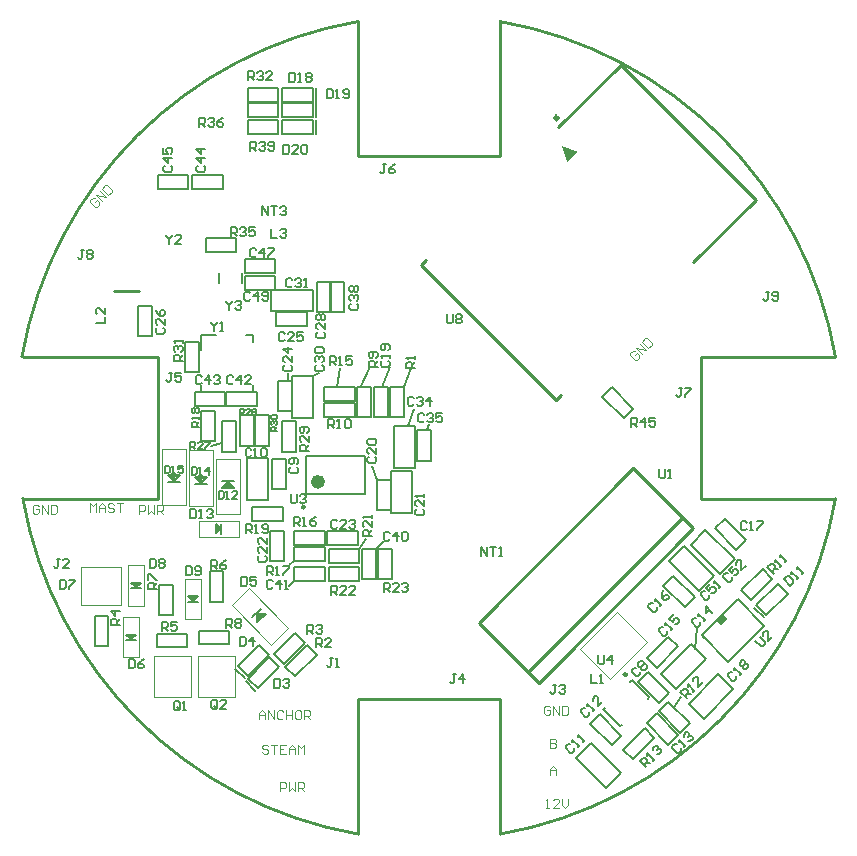
<source format=gto>
G04 Layer_Color=65535*
%FSAX25Y25*%
%MOIN*%
G70*
G01*
G75*
%ADD41C,0.01000*%
%ADD49C,0.00400*%
%ADD71C,0.02362*%
%ADD72C,0.00984*%
%ADD73C,0.01181*%
%ADD74C,0.00500*%
%ADD75C,0.00394*%
%ADD76C,0.00787*%
%ADD77C,0.00700*%
%ADD78C,0.00600*%
G04:AMPARAMS|DCode=79|XSize=30mil|YSize=19.68mil|CornerRadius=0mil|HoleSize=0mil|Usage=FLASHONLY|Rotation=45.000|XOffset=0mil|YOffset=0mil|HoleType=Round|Shape=Rectangle|*
%AMROTATEDRECTD79*
4,1,4,-0.00365,-0.01757,-0.01757,-0.00365,0.00365,0.01757,0.01757,0.00365,-0.00365,-0.01757,0.0*
%
%ADD79ROTATEDRECTD79*%

G36*
X1758276Y0521210D02*
X1754740Y0517675D01*
X1752972Y0522978D01*
X1758276Y0521210D01*
D02*
G37*
G54D41*
X1774556Y0346907D02*
G03*
X1774556Y0346907I-0000500J0000000D01*
G01*
X1606499Y0474700D02*
X1612100Y0474700D01*
X1603500Y0474700D02*
X1606499D01*
X1705864Y0483405D02*
X1750872Y0438398D01*
X1772508Y0550050D02*
X1817516Y0505042D01*
X1750872Y0438398D02*
X1752688Y0440213D01*
X1796763Y0484288D02*
X1817516Y0505042D01*
X1705864Y0483405D02*
X1707679Y0485220D01*
X1751756Y0529297D02*
X1772508Y0550050D01*
X1741578Y0347688D02*
X1793080Y0399189D01*
X1725154Y0364112D02*
X1745197Y0344069D01*
X1751322Y0350193D01*
X1796699Y0395570D01*
X1780274Y0411995D02*
X1796699Y0395570D01*
X1776655Y0415614D02*
X1780274Y0411995D01*
X1725154Y0364112D02*
X1776655Y0415614D01*
X1777212Y0415058D02*
X1778326Y0413944D01*
X1725989Y0363277D02*
X1726545Y0362720D01*
X1751322Y0350193D02*
X1751879Y0350750D01*
X1730165Y0369124D02*
X1730721Y0369680D01*
X1844094Y0452756D02*
G03*
X1732284Y0564567I-0135433J-0023622D01*
G01*
X1685039D02*
G03*
X1572912Y0452811I0023228J-0135433D01*
G01*
X1573228Y0405512D02*
G03*
X1685039Y0293701I0135433J0023622D01*
G01*
X1732284D02*
G03*
X1844094Y0405512I-0023622J0135433D01*
G01*
X1732284Y0519685D02*
Y0564567D01*
X1685039Y0519685D02*
X1732284D01*
X1685039D02*
Y0564567D01*
Y0293701D02*
Y0338583D01*
X1732284D01*
Y0293701D02*
Y0338583D01*
X1799213Y0405512D02*
X1844094D01*
X1799213D02*
Y0452756D01*
X1844094D01*
X1573228Y0452756D02*
X1618110D01*
Y0405512D02*
Y0452756D01*
X1573228Y0405512D02*
X1618110D01*
G54D49*
X1604488Y0370198D02*
X1605988D01*
X1604388D02*
X1604588Y0370198D01*
X1605988Y0370198D02*
Y0371198D01*
Y0370198D02*
Y0382698D01*
X1592488Y0370198D02*
X1605988D01*
Y0371498D02*
Y0371598D01*
X1592488Y0370198D02*
X1592488Y0382698D01*
X1605988D01*
X1608300Y0369900D02*
X1613700D01*
X1608300D02*
Y0383300D01*
X1613700D01*
Y0369900D02*
Y0383300D01*
X1606552Y0352589D02*
X1611952D01*
X1606552D02*
Y0365989D01*
X1611952D01*
Y0352589D02*
Y0365989D01*
X1642929Y0369915D02*
X1656081Y0356762D01*
X1661738Y0362419D01*
X1648585Y0375571D02*
X1661738Y0362419D01*
X1642929Y0369915D02*
X1648585Y0375571D01*
X1627221Y0365384D02*
X1632621D01*
X1627221D02*
Y0378784D01*
X1632621D01*
Y0365384D02*
Y0378784D01*
X1629333Y0351508D02*
Y0353008D01*
X1629333Y0351608D02*
X1629333Y0351408D01*
X1628333Y0353008D02*
X1629333D01*
X1616833D02*
X1629333D01*
Y0339508D02*
Y0353008D01*
X1627933D02*
X1628033D01*
X1616833Y0339508D02*
X1629333Y0339508D01*
X1616833Y0339508D02*
Y0353008D01*
X1644097Y0351508D02*
Y0353008D01*
X1644097Y0351608D02*
X1644097Y0351408D01*
X1643097Y0353008D02*
X1644097D01*
X1631597D02*
X1644097D01*
Y0339508D02*
Y0353008D01*
X1642697D02*
X1642797D01*
X1631597Y0339508D02*
X1644097D01*
X1631597D02*
Y0353008D01*
X1637500Y0400300D02*
Y0418900D01*
Y0400300D02*
X1645500D01*
Y0418900D01*
X1637500D02*
X1645500D01*
X1627500Y0403500D02*
Y0422100D01*
X1619500D02*
X1627500D01*
X1619500Y0403500D02*
Y0422100D01*
Y0403500D02*
X1627500D01*
X1636500Y0403000D02*
Y0421600D01*
X1628500D02*
X1636500D01*
X1628500Y0403000D02*
Y0421600D01*
Y0403000D02*
X1636500D01*
X1645226Y0392800D02*
Y0398200D01*
X1631826Y0392800D02*
X1645226D01*
X1631826D02*
Y0398200D01*
X1645226Y0398200D01*
X1597147Y0505681D02*
X1596440Y0505681D01*
X1595733Y0504974D01*
Y0504267D01*
X1597147Y0502853D01*
X1597853D01*
X1598560Y0503560D01*
X1598560Y0504267D01*
X1597853Y0504974D01*
X1597147Y0504267D01*
X1599621Y0504621D02*
X1597500Y0506741D01*
X1601034Y0506034D01*
X1598914Y0508155D01*
X1599621Y0508862D02*
X1601741Y0506741D01*
X1602802Y0507802D01*
X1602802Y0508508D01*
X1601388Y0509922D01*
X1600681D01*
X1599621Y0508862D01*
X1777147Y0454681D02*
X1776440Y0454681D01*
X1775733Y0453974D01*
Y0453267D01*
X1777147Y0451853D01*
X1777853D01*
X1778560Y0452560D01*
X1778560Y0453267D01*
X1777853Y0453974D01*
X1777147Y0453267D01*
X1779621Y0453621D02*
X1777500Y0455741D01*
X1781034Y0455034D01*
X1778914Y0457155D01*
X1779621Y0457862D02*
X1781741Y0455741D01*
X1782802Y0456802D01*
X1782802Y0457509D01*
X1781388Y0458922D01*
X1780681D01*
X1779621Y0457862D01*
X1748999Y0335999D02*
X1748499Y0336499D01*
X1747500D01*
X1747000Y0335999D01*
Y0334000D01*
X1747500Y0333500D01*
X1748499D01*
X1748999Y0334000D01*
Y0334999D01*
X1748000D01*
X1749999Y0333500D02*
Y0336499D01*
X1751998Y0333500D01*
Y0336499D01*
X1752998D02*
Y0333500D01*
X1754498D01*
X1754997Y0334000D01*
Y0335999D01*
X1754498Y0336499D01*
X1752998D01*
X1749000Y0325499D02*
Y0322500D01*
X1750500D01*
X1750999Y0323000D01*
Y0323500D01*
X1750500Y0324000D01*
X1749000D01*
X1750500D01*
X1750999Y0324499D01*
Y0324999D01*
X1750500Y0325499D01*
X1749000D01*
Y0313500D02*
Y0315499D01*
X1750000Y0316499D01*
X1750999Y0315499D01*
Y0313500D01*
Y0315000D01*
X1749000D01*
X1747500Y0302500D02*
X1748500D01*
X1748000D01*
Y0305499D01*
X1747500Y0304999D01*
X1751999Y0302500D02*
X1749999D01*
X1751999Y0304499D01*
Y0304999D01*
X1751499Y0305499D01*
X1750499D01*
X1749999Y0304999D01*
X1752998Y0305499D02*
Y0303500D01*
X1753998Y0302500D01*
X1754998Y0303500D01*
Y0305499D01*
X1652000Y0332000D02*
Y0333999D01*
X1653000Y0334999D01*
X1653999Y0333999D01*
Y0332000D01*
Y0333500D01*
X1652000D01*
X1654999Y0332000D02*
Y0334999D01*
X1656998Y0332000D01*
Y0334999D01*
X1659997Y0334499D02*
X1659498Y0334999D01*
X1658498D01*
X1657998Y0334499D01*
Y0332500D01*
X1658498Y0332000D01*
X1659498D01*
X1659997Y0332500D01*
X1660997Y0334999D02*
Y0332000D01*
Y0333500D01*
X1662996D01*
Y0334999D01*
Y0332000D01*
X1665496Y0334999D02*
X1664496D01*
X1663996Y0334499D01*
Y0332500D01*
X1664496Y0332000D01*
X1665496D01*
X1665995Y0332500D01*
Y0334499D01*
X1665496Y0334999D01*
X1666995Y0332000D02*
Y0334999D01*
X1668495D01*
X1668995Y0334499D01*
Y0333500D01*
X1668495Y0333000D01*
X1666995D01*
X1667995D02*
X1668995Y0332000D01*
X1654999Y0322999D02*
X1654499Y0323499D01*
X1653500D01*
X1653000Y0322999D01*
Y0322499D01*
X1653500Y0322000D01*
X1654499D01*
X1654999Y0321500D01*
Y0321000D01*
X1654499Y0320500D01*
X1653500D01*
X1653000Y0321000D01*
X1655999Y0323499D02*
X1657998D01*
X1656999D01*
Y0320500D01*
X1660997Y0323499D02*
X1658998D01*
Y0320500D01*
X1660997D01*
X1658998Y0322000D02*
X1659998D01*
X1661997Y0320500D02*
Y0322499D01*
X1662997Y0323499D01*
X1663996Y0322499D01*
Y0320500D01*
Y0322000D01*
X1661997D01*
X1664996Y0320500D02*
Y0323499D01*
X1665996Y0322499D01*
X1666995Y0323499D01*
Y0320500D01*
X1659000Y0308000D02*
Y0310999D01*
X1660500D01*
X1660999Y0310499D01*
Y0309500D01*
X1660500Y0309000D01*
X1659000D01*
X1661999Y0310999D02*
Y0308000D01*
X1662999Y0309000D01*
X1663998Y0308000D01*
Y0310999D01*
X1664998Y0308000D02*
Y0310999D01*
X1666498D01*
X1666997Y0310499D01*
Y0309500D01*
X1666498Y0309000D01*
X1664998D01*
X1665998D02*
X1666997Y0308000D01*
X1612000Y0400500D02*
Y0403499D01*
X1613499D01*
X1613999Y0402999D01*
Y0402000D01*
X1613499Y0401500D01*
X1612000D01*
X1614999Y0403499D02*
Y0400500D01*
X1615999Y0401500D01*
X1616998Y0400500D01*
Y0403499D01*
X1617998Y0400500D02*
Y0403499D01*
X1619498D01*
X1619997Y0402999D01*
Y0402000D01*
X1619498Y0401500D01*
X1617998D01*
X1618998D02*
X1619997Y0400500D01*
X1595500Y0401000D02*
Y0403999D01*
X1596500Y0402999D01*
X1597499Y0403999D01*
Y0401000D01*
X1598499D02*
Y0402999D01*
X1599499Y0403999D01*
X1600498Y0402999D01*
Y0401000D01*
Y0402499D01*
X1598499D01*
X1603497Y0403499D02*
X1602998Y0403999D01*
X1601998D01*
X1601498Y0403499D01*
Y0402999D01*
X1601998Y0402499D01*
X1602998D01*
X1603497Y0402000D01*
Y0401500D01*
X1602998Y0401000D01*
X1601998D01*
X1601498Y0401500D01*
X1604497Y0403999D02*
X1606496D01*
X1605497D01*
Y0401000D01*
X1578499Y0402999D02*
X1577999Y0403499D01*
X1577000D01*
X1576500Y0402999D01*
Y0401000D01*
X1577000Y0400500D01*
X1577999D01*
X1578499Y0401000D01*
Y0402000D01*
X1577500D01*
X1579499Y0400500D02*
Y0403499D01*
X1581498Y0400500D01*
Y0403499D01*
X1582498D02*
Y0400500D01*
X1583998D01*
X1584497Y0401000D01*
Y0402999D01*
X1583998Y0403499D01*
X1582498D01*
G54D71*
X1672776Y0411138D02*
G03*
X1672776Y0411138I-0001181J0000000D01*
G01*
G54D72*
X1667146Y0402772D02*
G03*
X1667146Y0402772I-0000492J0000000D01*
G01*
G54D73*
X1751681Y0532410D02*
G03*
X1751681Y0532410I-0000591J0000000D01*
G01*
G54D74*
X1803882Y0395621D02*
X1811024Y0388480D01*
X1807134Y0398874D02*
X1814276Y0391732D01*
X1803882Y0395621D02*
X1807134Y0398874D01*
X1811024Y0388480D02*
X1814276Y0391732D01*
X1795772Y0390223D02*
X1800722Y0395173D01*
X1805671Y0380324D02*
X1810621Y0385274D01*
X1795772Y0390223D02*
X1805671Y0380324D01*
X1800722Y0395173D02*
X1810621Y0385274D01*
X1788691Y0384660D02*
X1793640Y0389609D01*
X1798590Y0374760D02*
X1803540Y0379710D01*
X1788691Y0384660D02*
X1798590Y0374760D01*
X1793640Y0389609D02*
X1803540Y0379710D01*
X1786747Y0376500D02*
X1793889Y0369358D01*
X1790000Y0379753D02*
X1797142Y0372611D01*
X1786747Y0376500D02*
X1790000Y0379753D01*
X1793889Y0369358D02*
X1797142Y0372611D01*
X1812692Y0375000D02*
X1815945Y0371747D01*
X1819834Y0382142D02*
X1823087Y0378889D01*
X1815945Y0371747D02*
X1823087Y0378889D01*
X1812692Y0375000D02*
X1819834Y0382142D01*
X1817747Y0370000D02*
X1821000Y0366747D01*
X1824889Y0377142D02*
X1828142Y0373889D01*
X1821000Y0366747D02*
X1828142Y0373889D01*
X1817747Y0370000D02*
X1824889Y0377142D01*
X1816969Y0369222D02*
X1820222Y0365969D01*
X1800436Y0359001D02*
X1800506Y0358931D01*
X1800506Y0360911D02*
X1800648Y0361052D01*
X1799516Y0359921D02*
X1800577Y0360981D01*
X1799516Y0359921D02*
X1800224Y0359213D01*
X1811537Y0371941D02*
X1820376Y0363103D01*
X1799516Y0359921D02*
X1811537Y0371941D01*
X1799516Y0359921D02*
X1808355Y0351082D01*
X1820376Y0363103D01*
X1797422Y0355500D02*
X1798000Y0362500D01*
X1795935Y0356987D02*
X1800884Y0352037D01*
X1786035Y0347087D02*
X1790985Y0342138D01*
X1786035Y0347087D02*
X1795935Y0356987D01*
X1790985Y0342138D02*
X1800884Y0352037D01*
X1781244Y0352410D02*
X1788386Y0359552D01*
X1784497Y0349157D02*
X1791639Y0356299D01*
X1788386Y0359552D02*
X1791639Y0356299D01*
X1781244Y0352410D02*
X1784497Y0349157D01*
X1778243Y0344488D02*
X1785385Y0337346D01*
X1781496Y0347741D02*
X1788638Y0340599D01*
X1778243Y0344488D02*
X1781496Y0347741D01*
X1785385Y0337346D02*
X1788638Y0340599D01*
X1805096Y0347046D02*
X1810046Y0342096D01*
X1795197Y0337146D02*
X1800146Y0332197D01*
X1795197Y0337146D02*
X1805096Y0347046D01*
X1800146Y0332197D02*
X1810046Y0342096D01*
X1790284Y0336000D02*
X1792500Y0339500D01*
X1792275Y0327504D02*
X1795528Y0330757D01*
X1785133Y0334646D02*
X1788386Y0337898D01*
X1795528Y0330757D01*
X1785133Y0334646D02*
X1792275Y0327504D01*
X1781244Y0330661D02*
X1788386Y0323519D01*
X1784497Y0333913D02*
X1791639Y0326772D01*
X1781244Y0330661D02*
X1784497Y0333913D01*
X1788386Y0323519D02*
X1791639Y0326772D01*
X1765611Y0333642D02*
X1772753Y0326500D01*
X1762358Y0330389D02*
X1769500Y0323247D01*
X1772753Y0326500D01*
X1762358Y0330389D02*
X1765611Y0333642D01*
X1767596Y0309054D02*
X1772546Y0314004D01*
X1757697Y0318954D02*
X1762646Y0323903D01*
X1772546Y0314004D01*
X1757697Y0318954D02*
X1767596Y0309054D01*
X1780464Y0328992D02*
X1783717Y0325740D01*
X1773322Y0321850D02*
X1776575Y0318598D01*
X1773322Y0321850D02*
X1780464Y0328992D01*
X1776575Y0318598D02*
X1783717Y0325740D01*
X1766358Y0439389D02*
X1769611Y0442642D01*
X1773500Y0432247D02*
X1776753Y0435500D01*
X1766358Y0439389D02*
X1773500Y0432247D01*
X1769611Y0442642D02*
X1776753Y0435500D01*
X1597109Y0366473D02*
X1601709D01*
X1597109Y0356373D02*
X1601709D01*
X1597109D02*
Y0366473D01*
X1601709Y0356373D02*
Y0366473D01*
X1635495Y0371137D02*
X1640095D01*
X1635495Y0381237D02*
X1640095D01*
Y0371137D02*
Y0381237D01*
X1635495Y0371137D02*
Y0381237D01*
X1618763Y0376894D02*
X1623363D01*
X1618763Y0366794D02*
X1623363D01*
X1618763D02*
Y0376894D01*
X1623363Y0366794D02*
Y0376894D01*
X1627879Y0355968D02*
Y0360568D01*
X1617779Y0355968D02*
Y0360568D01*
X1627879D01*
X1617779Y0355968D02*
X1627879D01*
X1642064Y0356952D02*
Y0361552D01*
X1631964Y0356952D02*
Y0361552D01*
X1642064D01*
X1631964Y0356952D02*
X1642064D01*
X1644858Y0349611D02*
X1648111Y0346358D01*
X1652000Y0356753D02*
X1655253Y0353500D01*
X1648111Y0346358D02*
X1655253Y0353500D01*
X1644858Y0349611D02*
X1652000Y0356753D01*
X1644080Y0348833D02*
X1647333Y0345580D01*
X1648247Y0345500D02*
X1651500Y0342247D01*
X1655389Y0352642D02*
X1658642Y0349389D01*
X1651500Y0342247D02*
X1658642Y0349389D01*
X1648247Y0345500D02*
X1655389Y0352642D01*
X1647470Y0344722D02*
X1650722Y0341470D01*
X1664000Y0360753D02*
X1667253Y0357500D01*
X1656858Y0353611D02*
X1660111Y0350358D01*
X1656858Y0353611D02*
X1664000Y0360753D01*
X1660111Y0350358D02*
X1667253Y0357500D01*
X1667889Y0356642D02*
X1671142Y0353389D01*
X1660747Y0349500D02*
X1664000Y0346247D01*
X1660747Y0349500D02*
X1667889Y0356642D01*
X1664000Y0346247D02*
X1671142Y0353389D01*
X1696000Y0414650D02*
X1703000Y0414650D01*
X1696000Y0400650D02*
X1703000D01*
X1696000Y0414650D02*
X1696000Y0400650D01*
X1703000Y0414650D02*
X1703000Y0400650D01*
X1689500Y0416500D02*
X1691200Y0411800D01*
X1691200Y0401700D02*
X1691200Y0411800D01*
X1695800Y0401700D02*
Y0411800D01*
X1691200D02*
X1695800D01*
X1691200Y0401700D02*
X1695800D01*
X1708000Y0428500D02*
X1708500Y0430500D01*
X1701500Y0429850D02*
X1703500Y0435500D01*
X1697000Y0415850D02*
X1704000Y0415850D01*
X1697000Y0429850D02*
X1704000D01*
X1704000Y0415850D01*
X1697000Y0415850D02*
X1697000Y0429850D01*
X1700300Y0442800D02*
X1702500Y0449000D01*
X1693000Y0442800D02*
X1695500Y0449500D01*
X1686000Y0443000D02*
X1689000Y0449500D01*
X1695700Y0432700D02*
X1700300Y0432700D01*
X1695700Y0442800D02*
X1700300D01*
Y0432700D02*
Y0442800D01*
X1695700Y0432700D02*
X1695700Y0442800D01*
X1694800Y0432700D02*
Y0442800D01*
X1690200Y0432700D02*
Y0442800D01*
Y0432700D02*
X1694800D01*
X1690200Y0442800D02*
X1694800D01*
X1684700D02*
X1689300D01*
X1684700Y0432700D02*
X1689300D01*
X1684700D02*
Y0442800D01*
X1689300Y0432700D02*
Y0442800D01*
X1678000D02*
X1679000Y0449000D01*
X1673700Y0438200D02*
Y0442800D01*
X1683800Y0438200D02*
Y0442800D01*
X1673700Y0438200D02*
X1683800Y0438200D01*
X1673700Y0442800D02*
X1683800Y0442800D01*
Y0432700D02*
Y0437300D01*
X1673700Y0432700D02*
X1673700Y0437300D01*
X1683800Y0437300D01*
X1673700Y0432700D02*
X1683800D01*
X1670000Y0446500D02*
X1672000Y0447500D01*
X1661500Y0444800D02*
Y0447500D01*
X1636000Y0423000D02*
X1639500Y0424000D01*
X1639700Y0431300D02*
X1644300D01*
X1639700Y0421200D02*
X1644300D01*
X1639700D02*
X1639700Y0431300D01*
X1644300Y0421200D02*
Y0431300D01*
X1632700Y0424700D02*
X1637300D01*
X1632700Y0434800D02*
X1637300D01*
Y0424700D02*
Y0434800D01*
X1632700Y0424700D02*
Y0434800D01*
X1660800Y0408700D02*
Y0418800D01*
X1656200Y0408700D02*
Y0418800D01*
Y0408700D02*
X1660800Y0408700D01*
X1656200Y0418800D02*
X1660800D01*
X1674700Y0394800D02*
X1684800D01*
X1674700Y0390200D02*
X1684800D01*
X1684800Y0394800D02*
X1684800Y0390200D01*
X1674700D02*
X1674700Y0394800D01*
X1685300Y0388800D02*
X1687500Y0392000D01*
X1675200Y0384200D02*
Y0388800D01*
X1685300Y0384200D02*
Y0388800D01*
X1675200Y0384200D02*
X1685300D01*
X1675200Y0388800D02*
X1685300D01*
X1690800Y0388800D02*
X1693500Y0391500D01*
X1686200Y0378700D02*
Y0388800D01*
X1690800Y0378700D02*
X1690800Y0388800D01*
X1686200Y0388800D02*
X1690800Y0388800D01*
X1686200Y0378700D02*
X1690800D01*
X1691700Y0388800D02*
X1696300D01*
X1691700Y0378700D02*
X1696300D01*
X1691700D02*
Y0388800D01*
X1696300Y0378700D02*
Y0388800D01*
X1685300Y0378200D02*
Y0382800D01*
X1675200Y0378200D02*
Y0382800D01*
X1685300D01*
X1675200Y0378200D02*
X1685300D01*
X1663700Y0390200D02*
Y0394800D01*
X1673800Y0390200D02*
Y0394800D01*
X1663700Y0390200D02*
X1673800D01*
X1663700Y0394800D02*
X1673800D01*
X1662000Y0383500D02*
X1663700Y0384700D01*
X1662000Y0376500D02*
X1663700Y0378200D01*
X1673800Y0384700D02*
Y0389300D01*
X1663700Y0384700D02*
Y0389300D01*
X1673800D01*
X1663700Y0384700D02*
X1673800D01*
X1663700Y0382800D02*
X1673800D01*
X1663700Y0378200D02*
X1673800D01*
Y0382800D01*
X1663700Y0378200D02*
X1663700Y0382800D01*
X1655700Y0384700D02*
Y0394800D01*
X1660300Y0384700D02*
Y0394800D01*
X1655700D02*
X1660300D01*
X1655700Y0384700D02*
X1660300D01*
X1649700Y0402800D02*
X1649700Y0398200D01*
X1659800D02*
Y0402800D01*
X1649700Y0398200D02*
X1659800D01*
X1649700Y0402800D02*
X1659800Y0402800D01*
X1648000Y0405000D02*
X1655000Y0405000D01*
X1648000Y0419000D02*
X1655000D01*
X1655000Y0405000D01*
X1648000Y0419000D02*
X1648000Y0405000D01*
X1645700Y0433300D02*
X1650300D01*
X1645700Y0423200D02*
X1650300D01*
X1645700D02*
Y0433300D01*
X1650300D02*
X1650300Y0423200D01*
X1650700Y0433300D02*
X1655300D01*
X1650700Y0423200D02*
X1655300D01*
X1650700D02*
X1650700Y0433300D01*
X1655300Y0423200D02*
Y0433300D01*
X1659700Y0431300D02*
X1664300D01*
X1659700Y0421200D02*
X1664300D01*
X1659700D02*
X1659700Y0431300D01*
X1664300Y0421200D02*
Y0431300D01*
X1663000Y0432500D02*
X1670000D01*
X1663000Y0446500D02*
X1670000D01*
X1670000Y0432500D01*
X1663000Y0446500D02*
X1663000Y0432500D01*
X1658200Y0434700D02*
X1658200Y0444800D01*
X1662800Y0434700D02*
Y0444800D01*
X1658200Y0444800D02*
X1662800Y0444800D01*
X1658200Y0434700D02*
X1662800Y0434700D01*
X1611700Y0459700D02*
Y0469800D01*
X1616300Y0459700D02*
Y0469800D01*
X1611700D02*
X1616300D01*
X1611700Y0459700D02*
X1616300D01*
X1627200Y0457800D02*
X1631800D01*
X1627200Y0447700D02*
X1631800D01*
X1627200D02*
X1627200Y0457800D01*
X1631800Y0447700D02*
Y0457800D01*
X1671200Y0467700D02*
Y0477800D01*
X1675800Y0467700D02*
Y0477800D01*
X1671200D02*
X1675800D01*
X1671200Y0467700D02*
X1675800D01*
X1680300D02*
Y0477800D01*
X1675700Y0467700D02*
Y0477800D01*
Y0467700D02*
X1680300D01*
X1675700Y0477800D02*
X1680300D01*
X1657700Y0467800D02*
X1667800Y0467800D01*
X1657700Y0463200D02*
X1667800Y0463200D01*
X1667800Y0467800D02*
X1667800Y0463200D01*
X1657700Y0463200D02*
Y0467800D01*
X1655850Y0468000D02*
X1655850Y0475000D01*
X1669850Y0468000D02*
Y0475000D01*
X1655850Y0468000D02*
X1669850Y0468000D01*
X1655850Y0475000D02*
X1669850Y0475000D01*
X1647200Y0479800D02*
X1657300D01*
X1647200Y0475200D02*
X1657300D01*
X1657300Y0479800D01*
X1647200D02*
X1647200Y0475200D01*
X1647200Y0485300D02*
X1657300Y0485300D01*
X1647200Y0480700D02*
X1657300D01*
Y0485300D01*
X1647200Y0480700D02*
Y0485300D01*
X1634200Y0487700D02*
X1634200Y0492300D01*
X1644300D02*
X1644300Y0487700D01*
X1634200D02*
X1644300D01*
X1634200Y0492300D02*
X1644300D01*
X1618200Y0513300D02*
X1628300D01*
X1618200Y0508700D02*
X1628300D01*
Y0513300D01*
X1618200Y0508700D02*
Y0513300D01*
X1629700Y0508700D02*
X1639800D01*
X1629700Y0513300D02*
X1639800D01*
X1629700Y0508700D02*
Y0513300D01*
X1639800Y0508700D02*
Y0513300D01*
X1648200Y0532700D02*
Y0537300D01*
X1658300Y0532700D02*
Y0537300D01*
X1648200Y0532700D02*
X1658300D01*
X1648200Y0537300D02*
X1658300D01*
X1669800Y0537700D02*
Y0542300D01*
X1659700Y0537700D02*
Y0542300D01*
X1669800D01*
X1659700Y0537700D02*
X1669800D01*
X1670900D02*
Y0542300D01*
X1669800Y0532700D02*
Y0537300D01*
X1659700Y0532700D02*
Y0537300D01*
X1669800Y0537300D01*
X1659700Y0532700D02*
X1669800Y0532700D01*
X1670900Y0532700D02*
Y0537300D01*
X1669800Y0527200D02*
Y0531800D01*
X1659700Y0527200D02*
Y0531800D01*
X1669800D01*
X1659700Y0527200D02*
X1669800D01*
X1670900D02*
Y0531800D01*
X1648200Y0527200D02*
X1648200Y0531800D01*
X1658300D02*
X1658300Y0527200D01*
X1648200D02*
X1658300D01*
X1648200Y0531800D02*
X1658300D01*
X1709300Y0428300D02*
X1709300Y0418200D01*
X1704700Y0418200D02*
X1704700Y0428300D01*
X1704700Y0418200D02*
X1709300Y0418200D01*
X1704700Y0428300D02*
X1709300D01*
X1648200Y0542300D02*
X1648200Y0537700D01*
X1658300D02*
X1658300Y0542300D01*
X1648200Y0537700D02*
X1658300D01*
X1648200Y0542300D02*
X1658300D01*
X1630603Y0440951D02*
X1640703D01*
X1630603Y0436351D02*
X1640703D01*
X1640703Y0440951D02*
X1640703Y0436351D01*
X1630603D02*
X1630603Y0440951D01*
X1641025Y0436351D02*
X1651125D01*
X1641025Y0440951D02*
X1651125D01*
X1641025Y0436351D02*
Y0440951D01*
X1651125Y0436351D02*
Y0440951D01*
X1585499Y0385499D02*
X1584500D01*
X1584999D01*
Y0383000D01*
X1584500Y0382500D01*
X1584000D01*
X1583500Y0383000D01*
X1588498Y0382500D02*
X1586499D01*
X1588498Y0384499D01*
Y0384999D01*
X1587999Y0385499D01*
X1586999D01*
X1586499Y0384999D01*
X1777647Y0349181D02*
X1776940Y0349181D01*
X1776233Y0348474D01*
Y0347767D01*
X1777647Y0346353D01*
X1778353D01*
X1779060Y0347060D01*
X1779060Y0347767D01*
X1778353Y0349888D02*
Y0350595D01*
X1779060Y0351302D01*
X1779767Y0351302D01*
X1780121Y0350948D01*
Y0350241D01*
X1780828Y0350241D01*
X1781181Y0349888D01*
X1781181Y0349181D01*
X1780474Y0348474D01*
X1779767D01*
X1779414Y0348828D01*
Y0349534D01*
X1778707Y0349534D01*
X1778353Y0349888D01*
X1779414Y0349534D02*
X1780121Y0350241D01*
X1649366Y0421833D02*
X1648900Y0422299D01*
X1647967D01*
X1647500Y0421833D01*
Y0419967D01*
X1647967Y0419500D01*
X1648900D01*
X1649366Y0419967D01*
X1650299Y0419500D02*
X1651232D01*
X1650766D01*
Y0422299D01*
X1650299Y0421833D01*
X1652632D02*
X1653098Y0422299D01*
X1654031D01*
X1654498Y0421833D01*
Y0419967D01*
X1654031Y0419500D01*
X1653098D01*
X1652632Y0419967D01*
Y0421833D01*
X1755647Y0323681D02*
X1754940Y0323681D01*
X1754233Y0322974D01*
Y0322267D01*
X1755647Y0320853D01*
X1756353D01*
X1757060Y0321560D01*
X1757060Y0322267D01*
X1758121Y0322621D02*
X1758828Y0323327D01*
X1758474Y0322974D01*
X1756353Y0325095D01*
Y0324388D01*
X1759888D02*
X1760595Y0325095D01*
X1760241Y0324741D01*
X1758121Y0326862D01*
Y0326155D01*
X1760647Y0335681D02*
X1759940Y0335681D01*
X1759233Y0334974D01*
Y0334267D01*
X1760647Y0332853D01*
X1761353D01*
X1762060Y0333560D01*
X1762060Y0334267D01*
X1763121Y0334621D02*
X1763828Y0335328D01*
X1763474Y0334974D01*
X1761353Y0337095D01*
Y0336388D01*
X1766302Y0337802D02*
X1764888Y0336388D01*
Y0339215D01*
X1764534Y0339569D01*
X1763828D01*
X1763121Y0338862D01*
Y0338155D01*
X1791147Y0323681D02*
X1790440Y0323681D01*
X1789733Y0322974D01*
Y0322267D01*
X1791147Y0320853D01*
X1791853D01*
X1792560Y0321560D01*
X1792560Y0322267D01*
X1793621Y0322621D02*
X1794328Y0323327D01*
X1793974Y0322974D01*
X1791853Y0325095D01*
Y0324388D01*
X1793621Y0326155D02*
Y0326862D01*
X1794328Y0327569D01*
X1795034D01*
X1795388Y0327215D01*
Y0326508D01*
X1795034Y0326155D01*
X1795388Y0326508D01*
X1796095Y0326508D01*
X1796448Y0326155D01*
X1796448Y0325448D01*
X1795741Y0324741D01*
X1795034D01*
X1786647Y0362681D02*
X1785940Y0362681D01*
X1785233Y0361974D01*
Y0361267D01*
X1786647Y0359853D01*
X1787353D01*
X1788060Y0360560D01*
X1788060Y0361267D01*
X1789121Y0361621D02*
X1789828Y0362328D01*
X1789474Y0361974D01*
X1787353Y0364095D01*
Y0363388D01*
X1790181Y0366922D02*
X1788767Y0365509D01*
X1789828Y0364448D01*
X1790181Y0365509D01*
X1790534Y0365862D01*
X1791241D01*
X1791948Y0365155D01*
X1791948Y0364448D01*
X1791241Y0363741D01*
X1790534D01*
X1783147Y0370681D02*
X1782440Y0370681D01*
X1781733Y0369974D01*
Y0369267D01*
X1783147Y0367853D01*
X1783853D01*
X1784560Y0368560D01*
X1784560Y0369267D01*
X1785621Y0369621D02*
X1786328Y0370327D01*
X1785974Y0369974D01*
X1783853Y0372095D01*
Y0371388D01*
X1786681Y0374922D02*
X1786328Y0373862D01*
Y0372448D01*
X1787034Y0371741D01*
X1787741D01*
X1788448Y0372448D01*
X1788448Y0373155D01*
X1788095Y0373509D01*
X1787388Y0373509D01*
X1786328Y0372448D01*
X1814499Y0397499D02*
X1814000Y0397999D01*
X1813000D01*
X1812500Y0397499D01*
Y0395500D01*
X1813000Y0395000D01*
X1814000D01*
X1814499Y0395500D01*
X1815499Y0395000D02*
X1816499D01*
X1815999D01*
Y0397999D01*
X1815499Y0397499D01*
X1817998Y0397999D02*
X1819998D01*
Y0397499D01*
X1817998Y0395500D01*
Y0395000D01*
X1693001Y0451499D02*
X1692501Y0450999D01*
Y0450000D01*
X1693001Y0449500D01*
X1695000D01*
X1695500Y0450000D01*
Y0450999D01*
X1695000Y0451499D01*
X1695500Y0452499D02*
Y0453499D01*
Y0452999D01*
X1692501D01*
X1693001Y0452499D01*
X1695000Y0454998D02*
X1695500Y0455498D01*
Y0456498D01*
X1695000Y0456998D01*
X1693001D01*
X1692501Y0456498D01*
Y0455498D01*
X1693001Y0454998D01*
X1693501D01*
X1694000Y0455498D01*
Y0456998D01*
X1704501Y0401999D02*
X1704001Y0401500D01*
Y0400500D01*
X1704501Y0400000D01*
X1706500D01*
X1707000Y0400500D01*
Y0401500D01*
X1706500Y0401999D01*
X1707000Y0404998D02*
Y0402999D01*
X1705001Y0404998D01*
X1704501D01*
X1704001Y0404498D01*
Y0403499D01*
X1704501Y0402999D01*
X1707000Y0405998D02*
Y0406998D01*
Y0406498D01*
X1704001D01*
X1704501Y0405998D01*
X1652001Y0386499D02*
X1651501Y0385999D01*
Y0385000D01*
X1652001Y0384500D01*
X1654000D01*
X1654500Y0385000D01*
Y0385999D01*
X1654000Y0386499D01*
X1654500Y0389498D02*
Y0387499D01*
X1652501Y0389498D01*
X1652001D01*
X1651501Y0388999D01*
Y0387999D01*
X1652001Y0387499D01*
X1654500Y0392497D02*
Y0390498D01*
X1652501Y0392497D01*
X1652001D01*
X1651501Y0391998D01*
Y0390998D01*
X1652001Y0390498D01*
X1677999Y0397999D02*
X1677500Y0398499D01*
X1676500D01*
X1676000Y0397999D01*
Y0396000D01*
X1676500Y0395500D01*
X1677500D01*
X1677999Y0396000D01*
X1680998Y0395500D02*
X1678999D01*
X1680998Y0397499D01*
Y0397999D01*
X1680499Y0398499D01*
X1679499D01*
X1678999Y0397999D01*
X1681998D02*
X1682498Y0398499D01*
X1683498D01*
X1683997Y0397999D01*
Y0397499D01*
X1683498Y0397000D01*
X1682998D01*
X1683498D01*
X1683997Y0396500D01*
Y0396000D01*
X1683498Y0395500D01*
X1682498D01*
X1681998Y0396000D01*
X1660501Y0449999D02*
X1660001Y0449500D01*
Y0448500D01*
X1660501Y0448000D01*
X1662500D01*
X1663000Y0448500D01*
Y0449500D01*
X1662500Y0449999D01*
X1663000Y0452998D02*
Y0450999D01*
X1661001Y0452998D01*
X1660501D01*
X1660001Y0452498D01*
Y0451499D01*
X1660501Y0450999D01*
X1663000Y0455498D02*
X1660001D01*
X1661501Y0453998D01*
Y0455997D01*
X1660499Y0460499D02*
X1659999Y0460999D01*
X1659000D01*
X1658500Y0460499D01*
Y0458500D01*
X1659000Y0458000D01*
X1659999D01*
X1660499Y0458500D01*
X1663498Y0458000D02*
X1661499D01*
X1663498Y0459999D01*
Y0460499D01*
X1662999Y0460999D01*
X1661999D01*
X1661499Y0460499D01*
X1666497Y0460999D02*
X1664498D01*
Y0459500D01*
X1665498Y0459999D01*
X1665998D01*
X1666497Y0459500D01*
Y0458500D01*
X1665998Y0458000D01*
X1664998D01*
X1664498Y0458500D01*
X1618001Y0462499D02*
X1617501Y0462000D01*
Y0461000D01*
X1618001Y0460500D01*
X1620000D01*
X1620500Y0461000D01*
Y0462000D01*
X1620000Y0462499D01*
X1620500Y0465498D02*
Y0463499D01*
X1618501Y0465498D01*
X1618001D01*
X1617501Y0464998D01*
Y0463999D01*
X1618001Y0463499D01*
X1617501Y0468497D02*
X1618001Y0467498D01*
X1619000Y0466498D01*
X1620000D01*
X1620500Y0466998D01*
Y0467998D01*
X1620000Y0468497D01*
X1619500D01*
X1619000Y0467998D01*
Y0466498D01*
X1671501Y0460999D02*
X1671001Y0460499D01*
Y0459500D01*
X1671501Y0459000D01*
X1673500D01*
X1674000Y0459500D01*
Y0460499D01*
X1673500Y0460999D01*
X1674000Y0463998D02*
Y0461999D01*
X1672001Y0463998D01*
X1671501D01*
X1671001Y0463498D01*
Y0462499D01*
X1671501Y0461999D01*
Y0464998D02*
X1671001Y0465498D01*
Y0466498D01*
X1671501Y0466997D01*
X1672001D01*
X1672500Y0466498D01*
X1673000Y0466997D01*
X1673500D01*
X1674000Y0466498D01*
Y0465498D01*
X1673500Y0464998D01*
X1673000D01*
X1672500Y0465498D01*
X1672001Y0464998D01*
X1671501D01*
X1672500Y0465498D02*
Y0466498D01*
X1671001Y0449999D02*
X1670501Y0449500D01*
Y0448500D01*
X1671001Y0448000D01*
X1673000D01*
X1673500Y0448500D01*
Y0449500D01*
X1673000Y0449999D01*
X1671001Y0450999D02*
X1670501Y0451499D01*
Y0452498D01*
X1671001Y0452998D01*
X1671501D01*
X1672001Y0452498D01*
Y0451999D01*
Y0452498D01*
X1672500Y0452998D01*
X1673000D01*
X1673500Y0452498D01*
Y0451499D01*
X1673000Y0450999D01*
X1671001Y0453998D02*
X1670501Y0454498D01*
Y0455498D01*
X1671001Y0455997D01*
X1673000D01*
X1673500Y0455498D01*
Y0454498D01*
X1673000Y0453998D01*
X1671001D01*
X1662999Y0478499D02*
X1662499Y0478999D01*
X1661500D01*
X1661000Y0478499D01*
Y0476500D01*
X1661500Y0476000D01*
X1662499D01*
X1662999Y0476500D01*
X1663999Y0478499D02*
X1664499Y0478999D01*
X1665499D01*
X1665998Y0478499D01*
Y0477999D01*
X1665499Y0477499D01*
X1664999D01*
X1665499D01*
X1665998Y0477000D01*
Y0476500D01*
X1665499Y0476000D01*
X1664499D01*
X1663999Y0476500D01*
X1666998Y0476000D02*
X1667998D01*
X1667498D01*
Y0478999D01*
X1666998Y0478499D01*
X1703499Y0438999D02*
X1702999Y0439499D01*
X1702000D01*
X1701500Y0438999D01*
Y0437000D01*
X1702000Y0436500D01*
X1702999D01*
X1703499Y0437000D01*
X1704499Y0438999D02*
X1704999Y0439499D01*
X1705998D01*
X1706498Y0438999D01*
Y0438499D01*
X1705998Y0437999D01*
X1705499D01*
X1705998D01*
X1706498Y0437500D01*
Y0437000D01*
X1705998Y0436500D01*
X1704999D01*
X1704499Y0437000D01*
X1708998Y0436500D02*
Y0439499D01*
X1707498Y0437999D01*
X1709497D01*
X1695499Y0393999D02*
X1695000Y0394499D01*
X1694000D01*
X1693500Y0393999D01*
Y0392000D01*
X1694000Y0391500D01*
X1695000D01*
X1695499Y0392000D01*
X1697998Y0391500D02*
Y0394499D01*
X1696499Y0393000D01*
X1698498D01*
X1699498Y0393999D02*
X1699998Y0394499D01*
X1700998D01*
X1701497Y0393999D01*
Y0392000D01*
X1700998Y0391500D01*
X1699998D01*
X1699498Y0392000D01*
Y0393999D01*
X1656499Y0377999D02*
X1656000Y0378499D01*
X1655000D01*
X1654500Y0377999D01*
Y0376000D01*
X1655000Y0375500D01*
X1656000D01*
X1656499Y0376000D01*
X1658998Y0375500D02*
Y0378499D01*
X1657499Y0376999D01*
X1659498D01*
X1660498Y0375500D02*
X1661498D01*
X1660998D01*
Y0378499D01*
X1660498Y0377999D01*
X1643299Y0446199D02*
X1642800Y0446699D01*
X1641800D01*
X1641300Y0446199D01*
Y0444200D01*
X1641800Y0443700D01*
X1642800D01*
X1643299Y0444200D01*
X1645798Y0443700D02*
Y0446699D01*
X1644299Y0445199D01*
X1646298D01*
X1649297Y0443700D02*
X1647298D01*
X1649297Y0445699D01*
Y0446199D01*
X1648798Y0446699D01*
X1647798D01*
X1647298Y0446199D01*
X1632899D02*
X1632400Y0446699D01*
X1631400D01*
X1630900Y0446199D01*
Y0444200D01*
X1631400Y0443700D01*
X1632400D01*
X1632899Y0444200D01*
X1635399Y0443700D02*
Y0446699D01*
X1633899Y0445199D01*
X1635898D01*
X1636898Y0446199D02*
X1637398Y0446699D01*
X1638398D01*
X1638897Y0446199D01*
Y0445699D01*
X1638398Y0445199D01*
X1637898D01*
X1638398D01*
X1638897Y0444700D01*
Y0444200D01*
X1638398Y0443700D01*
X1637398D01*
X1636898Y0444200D01*
X1631501Y0516499D02*
X1631001Y0516000D01*
Y0515000D01*
X1631501Y0514500D01*
X1633500D01*
X1634000Y0515000D01*
Y0516000D01*
X1633500Y0516499D01*
X1634000Y0518998D02*
X1631001D01*
X1632500Y0517499D01*
Y0519498D01*
X1634000Y0521998D02*
X1631001D01*
X1632500Y0520498D01*
Y0522497D01*
X1620501Y0516499D02*
X1620001Y0516000D01*
Y0515000D01*
X1620501Y0514500D01*
X1622500D01*
X1623000Y0515000D01*
Y0516000D01*
X1622500Y0516499D01*
X1623000Y0518998D02*
X1620001D01*
X1621501Y0517499D01*
Y0519498D01*
X1620001Y0522497D02*
Y0520498D01*
X1621501D01*
X1621001Y0521498D01*
Y0521998D01*
X1621501Y0522497D01*
X1622500D01*
X1623000Y0521998D01*
Y0520998D01*
X1622500Y0520498D01*
X1650999Y0488499D02*
X1650500Y0488999D01*
X1649500D01*
X1649000Y0488499D01*
Y0486500D01*
X1649500Y0486000D01*
X1650500D01*
X1650999Y0486500D01*
X1653498Y0486000D02*
Y0488999D01*
X1651999Y0487500D01*
X1653998D01*
X1654998Y0488999D02*
X1656997D01*
Y0488499D01*
X1654998Y0486500D01*
Y0486000D01*
X1648999Y0473999D02*
X1648499Y0474499D01*
X1647500D01*
X1647000Y0473999D01*
Y0472000D01*
X1647500Y0471500D01*
X1648499D01*
X1648999Y0472000D01*
X1651498Y0471500D02*
Y0474499D01*
X1649999Y0472999D01*
X1651998D01*
X1652998Y0472000D02*
X1653498Y0471500D01*
X1654498D01*
X1654997Y0472000D01*
Y0473999D01*
X1654498Y0474499D01*
X1653498D01*
X1652998Y0473999D01*
Y0473499D01*
X1653498Y0472999D01*
X1654997D01*
X1657000Y0345499D02*
Y0342500D01*
X1658500D01*
X1658999Y0343000D01*
Y0344999D01*
X1658500Y0345499D01*
X1657000D01*
X1659999Y0344999D02*
X1660499Y0345499D01*
X1661498D01*
X1661998Y0344999D01*
Y0344499D01*
X1661498Y0344000D01*
X1660999D01*
X1661498D01*
X1661998Y0343500D01*
Y0343000D01*
X1661498Y0342500D01*
X1660499D01*
X1659999Y0343000D01*
X1646000Y0379499D02*
Y0376500D01*
X1647499D01*
X1647999Y0377000D01*
Y0378999D01*
X1647499Y0379499D01*
X1646000D01*
X1650998D02*
X1648999D01*
Y0377999D01*
X1649999Y0378499D01*
X1650499D01*
X1650998Y0377999D01*
Y0377000D01*
X1650499Y0376500D01*
X1649499D01*
X1648999Y0377000D01*
X1608500Y0351999D02*
Y0349000D01*
X1609999D01*
X1610499Y0349500D01*
Y0351499D01*
X1609999Y0351999D01*
X1608500D01*
X1613498D02*
X1612499Y0351499D01*
X1611499Y0350500D01*
Y0349500D01*
X1611999Y0349000D01*
X1612999D01*
X1613498Y0349500D01*
Y0350000D01*
X1612999Y0350500D01*
X1611499D01*
X1585500Y0378499D02*
Y0375500D01*
X1587000D01*
X1587499Y0376000D01*
Y0377999D01*
X1587000Y0378499D01*
X1585500D01*
X1588499D02*
X1590498D01*
Y0377999D01*
X1588499Y0376000D01*
Y0375500D01*
X1615500Y0385499D02*
Y0382500D01*
X1616999D01*
X1617499Y0383000D01*
Y0384999D01*
X1616999Y0385499D01*
X1615500D01*
X1618499Y0384999D02*
X1618999Y0385499D01*
X1619999D01*
X1620498Y0384999D01*
Y0384499D01*
X1619999Y0383999D01*
X1620498Y0383500D01*
Y0383000D01*
X1619999Y0382500D01*
X1618999D01*
X1618499Y0383000D01*
Y0383500D01*
X1618999Y0383999D01*
X1618499Y0384499D01*
Y0384999D01*
X1618999Y0383999D02*
X1619999D01*
X1627500Y0382999D02*
Y0380000D01*
X1629000D01*
X1629499Y0380500D01*
Y0382499D01*
X1629000Y0382999D01*
X1627500D01*
X1630499Y0380500D02*
X1630999Y0380000D01*
X1631999D01*
X1632498Y0380500D01*
Y0382499D01*
X1631999Y0382999D01*
X1630999D01*
X1630499Y0382499D01*
Y0381999D01*
X1630999Y0381500D01*
X1632498D01*
X1826879Y0378621D02*
X1829000Y0376500D01*
X1830060Y0377560D01*
X1830060Y0378267D01*
X1828647Y0379681D01*
X1827940Y0379681D01*
X1826879Y0378621D01*
X1831121D02*
X1831828Y0379328D01*
X1831474Y0378974D01*
X1829353Y0381095D01*
Y0380388D01*
X1832888D02*
X1833595Y0381095D01*
X1833241Y0380741D01*
X1831121Y0382862D01*
Y0382155D01*
X1638500Y0407999D02*
Y0405500D01*
X1639750D01*
X1640166Y0405917D01*
Y0407583D01*
X1639750Y0407999D01*
X1638500D01*
X1640999Y0405500D02*
X1641832D01*
X1641416D01*
Y0407999D01*
X1640999Y0407583D01*
X1644748Y0405500D02*
X1643082D01*
X1644748Y0407166D01*
Y0407583D01*
X1644332Y0407999D01*
X1643498D01*
X1643082Y0407583D01*
X1629000Y0401999D02*
Y0399000D01*
X1630499D01*
X1630999Y0399500D01*
Y0401499D01*
X1630499Y0401999D01*
X1629000D01*
X1631999Y0399000D02*
X1632999D01*
X1632499D01*
Y0401999D01*
X1631999Y0401499D01*
X1634498D02*
X1634998Y0401999D01*
X1635998D01*
X1636498Y0401499D01*
Y0400999D01*
X1635998Y0400499D01*
X1635498D01*
X1635998D01*
X1636498Y0400000D01*
Y0399500D01*
X1635998Y0399000D01*
X1634998D01*
X1634498Y0399500D01*
X1629500Y0415999D02*
Y0413500D01*
X1630750D01*
X1631166Y0413916D01*
Y0415583D01*
X1630750Y0415999D01*
X1629500D01*
X1631999Y0413500D02*
X1632832D01*
X1632416D01*
Y0415999D01*
X1631999Y0415583D01*
X1635332Y0413500D02*
Y0415999D01*
X1634082Y0414750D01*
X1635748D01*
X1620500Y0416499D02*
Y0414000D01*
X1621750D01*
X1622166Y0414417D01*
Y0416083D01*
X1621750Y0416499D01*
X1620500D01*
X1622999Y0414000D02*
X1623832D01*
X1623416D01*
Y0416499D01*
X1622999Y0416083D01*
X1626748Y0416499D02*
X1625082D01*
Y0415250D01*
X1625915Y0415666D01*
X1626332D01*
X1626748Y0415250D01*
Y0414417D01*
X1626332Y0414000D01*
X1625498D01*
X1625082Y0414417D01*
X1662000Y0547499D02*
Y0544500D01*
X1663499D01*
X1663999Y0545000D01*
Y0546999D01*
X1663499Y0547499D01*
X1662000D01*
X1664999Y0544500D02*
X1665999D01*
X1665499D01*
Y0547499D01*
X1664999Y0546999D01*
X1667498D02*
X1667998Y0547499D01*
X1668998D01*
X1669498Y0546999D01*
Y0546499D01*
X1668998Y0545999D01*
X1669498Y0545500D01*
Y0545000D01*
X1668998Y0544500D01*
X1667998D01*
X1667498Y0545000D01*
Y0545500D01*
X1667998Y0545999D01*
X1667498Y0546499D01*
Y0546999D01*
X1667998Y0545999D02*
X1668998D01*
X1674500Y0541999D02*
Y0539000D01*
X1675999D01*
X1676499Y0539500D01*
Y0541499D01*
X1675999Y0541999D01*
X1674500D01*
X1677499Y0539000D02*
X1678499D01*
X1677999D01*
Y0541999D01*
X1677499Y0541499D01*
X1679998Y0539500D02*
X1680498Y0539000D01*
X1681498D01*
X1681998Y0539500D01*
Y0541499D01*
X1681498Y0541999D01*
X1680498D01*
X1679998Y0541499D01*
Y0540999D01*
X1680498Y0540499D01*
X1681998D01*
X1660000Y0523499D02*
Y0520500D01*
X1661499D01*
X1661999Y0521000D01*
Y0522999D01*
X1661499Y0523499D01*
X1660000D01*
X1664998Y0520500D02*
X1662999D01*
X1664998Y0522499D01*
Y0522999D01*
X1664499Y0523499D01*
X1663499D01*
X1662999Y0522999D01*
X1665998D02*
X1666498Y0523499D01*
X1667498D01*
X1667997Y0522999D01*
Y0521000D01*
X1667498Y0520500D01*
X1666498D01*
X1665998Y0521000D01*
Y0522999D01*
X1676499Y0352499D02*
X1675500D01*
X1675999D01*
Y0350000D01*
X1675500Y0349500D01*
X1675000D01*
X1674500Y0350000D01*
X1677499Y0349500D02*
X1678499D01*
X1677999D01*
Y0352499D01*
X1677499Y0351999D01*
X1750999Y0343499D02*
X1750000D01*
X1750500D01*
Y0341000D01*
X1750000Y0340500D01*
X1749500D01*
X1749000Y0341000D01*
X1751999Y0342999D02*
X1752499Y0343499D01*
X1753498D01*
X1753998Y0342999D01*
Y0342499D01*
X1753498Y0342000D01*
X1752999D01*
X1753498D01*
X1753998Y0341500D01*
Y0341000D01*
X1753498Y0340500D01*
X1752499D01*
X1751999Y0341000D01*
X1623078Y0447527D02*
X1622078D01*
X1622578D01*
Y0445028D01*
X1622078Y0444528D01*
X1621578D01*
X1621078Y0445028D01*
X1626077Y0447527D02*
X1624077D01*
Y0446027D01*
X1625077Y0446527D01*
X1625577D01*
X1626077Y0446027D01*
Y0445028D01*
X1625577Y0444528D01*
X1624577D01*
X1624077Y0445028D01*
X1792999Y0442499D02*
X1792000D01*
X1792500D01*
Y0440000D01*
X1792000Y0439500D01*
X1791500D01*
X1791000Y0440000D01*
X1793999Y0442499D02*
X1795998D01*
Y0441999D01*
X1793999Y0440000D01*
Y0439500D01*
X1593499Y0488499D02*
X1592500D01*
X1592999D01*
Y0486000D01*
X1592500Y0485500D01*
X1592000D01*
X1591500Y0486000D01*
X1594499Y0487999D02*
X1594999Y0488499D01*
X1595999D01*
X1596498Y0487999D01*
Y0487499D01*
X1595999Y0487000D01*
X1596498Y0486500D01*
Y0486000D01*
X1595999Y0485500D01*
X1594999D01*
X1594499Y0486000D01*
Y0486500D01*
X1594999Y0487000D01*
X1594499Y0487499D01*
Y0487999D01*
X1594999Y0487000D02*
X1595999D01*
X1762500Y0346999D02*
Y0344000D01*
X1764499D01*
X1765499D02*
X1766499D01*
X1765999D01*
Y0346999D01*
X1765499Y0346499D01*
X1625499Y0335500D02*
Y0337499D01*
X1624999Y0337999D01*
X1624000D01*
X1623500Y0337499D01*
Y0335500D01*
X1624000Y0335000D01*
X1624999D01*
X1624500Y0336000D02*
X1625499Y0335000D01*
X1624999D02*
X1625499Y0335500D01*
X1626499Y0335000D02*
X1627499D01*
X1626999D01*
Y0337999D01*
X1626499Y0337499D01*
X1637999Y0336000D02*
Y0337999D01*
X1637499Y0338499D01*
X1636500D01*
X1636000Y0337999D01*
Y0336000D01*
X1636500Y0335500D01*
X1637499D01*
X1637000Y0336500D02*
X1637999Y0335500D01*
X1637499D02*
X1637999Y0336000D01*
X1640998Y0335500D02*
X1638999D01*
X1640998Y0337499D01*
Y0337999D01*
X1640499Y0338499D01*
X1639499D01*
X1638999Y0337999D01*
X1671000Y0356000D02*
Y0358999D01*
X1672499D01*
X1672999Y0358499D01*
Y0357500D01*
X1672499Y0357000D01*
X1671000D01*
X1672000D02*
X1672999Y0356000D01*
X1675998D02*
X1673999D01*
X1675998Y0357999D01*
Y0358499D01*
X1675499Y0358999D01*
X1674499D01*
X1673999Y0358499D01*
X1668000Y0360500D02*
Y0363499D01*
X1669500D01*
X1669999Y0362999D01*
Y0362000D01*
X1669500Y0361500D01*
X1668000D01*
X1669000D02*
X1669999Y0360500D01*
X1670999Y0362999D02*
X1671499Y0363499D01*
X1672499D01*
X1672998Y0362999D01*
Y0362499D01*
X1672499Y0362000D01*
X1671999D01*
X1672499D01*
X1672998Y0361500D01*
Y0361000D01*
X1672499Y0360500D01*
X1671499D01*
X1670999Y0361000D01*
X1605500Y0363500D02*
X1602501D01*
Y0365000D01*
X1603001Y0365499D01*
X1604000D01*
X1604500Y0365000D01*
Y0363500D01*
Y0364500D02*
X1605500Y0365499D01*
Y0367999D02*
X1602501D01*
X1604000Y0366499D01*
Y0368498D01*
X1619500Y0361500D02*
Y0364499D01*
X1621000D01*
X1621499Y0363999D01*
Y0363000D01*
X1621000Y0362500D01*
X1619500D01*
X1620500D02*
X1621499Y0361500D01*
X1624498Y0364499D02*
X1622499D01*
Y0363000D01*
X1623499Y0363499D01*
X1623999D01*
X1624498Y0363000D01*
Y0362000D01*
X1623999Y0361500D01*
X1622999D01*
X1622499Y0362000D01*
X1636000Y0382000D02*
Y0384999D01*
X1637499D01*
X1637999Y0384499D01*
Y0383500D01*
X1637499Y0383000D01*
X1636000D01*
X1637000D02*
X1637999Y0382000D01*
X1640998Y0384999D02*
X1639999Y0384499D01*
X1638999Y0383500D01*
Y0382500D01*
X1639499Y0382000D01*
X1640499D01*
X1640998Y0382500D01*
Y0383000D01*
X1640499Y0383500D01*
X1638999D01*
X1618000Y0375500D02*
X1615001D01*
Y0376999D01*
X1615501Y0377499D01*
X1616500D01*
X1617000Y0376999D01*
Y0375500D01*
Y0376500D02*
X1618000Y0377499D01*
X1615001Y0378499D02*
Y0380498D01*
X1615501D01*
X1617500Y0378499D01*
X1618000D01*
X1641000Y0362500D02*
Y0365499D01*
X1642500D01*
X1642999Y0364999D01*
Y0364000D01*
X1642500Y0363500D01*
X1641000D01*
X1642000D02*
X1642999Y0362500D01*
X1643999Y0364999D02*
X1644499Y0365499D01*
X1645498D01*
X1645998Y0364999D01*
Y0364499D01*
X1645498Y0364000D01*
X1645998Y0363500D01*
Y0363000D01*
X1645498Y0362500D01*
X1644499D01*
X1643999Y0363000D01*
Y0363500D01*
X1644499Y0364000D01*
X1643999Y0364499D01*
Y0364999D01*
X1644499Y0364000D02*
X1645498D01*
X1691500Y0449500D02*
X1688501D01*
Y0450999D01*
X1689001Y0451499D01*
X1690001D01*
X1690500Y0450999D01*
Y0449500D01*
Y0450500D02*
X1691500Y0451499D01*
X1691000Y0452499D02*
X1691500Y0452999D01*
Y0453999D01*
X1691000Y0454498D01*
X1689001D01*
X1688501Y0453999D01*
Y0452999D01*
X1689001Y0452499D01*
X1689501D01*
X1690001Y0452999D01*
Y0454498D01*
X1675000Y0429000D02*
Y0431999D01*
X1676500D01*
X1676999Y0431499D01*
Y0430500D01*
X1676500Y0430000D01*
X1675000D01*
X1676000D02*
X1676999Y0429000D01*
X1677999D02*
X1678999D01*
X1678499D01*
Y0431999D01*
X1677999Y0431499D01*
X1680498D02*
X1680998Y0431999D01*
X1681998D01*
X1682498Y0431499D01*
Y0429500D01*
X1681998Y0429000D01*
X1680998D01*
X1680498Y0429500D01*
Y0431499D01*
X1823500Y0380500D02*
X1821379Y0382621D01*
X1822440Y0383681D01*
X1823147Y0383681D01*
X1823853Y0382974D01*
X1823853Y0382267D01*
X1822793Y0381207D01*
X1823500Y0381914D02*
X1824914Y0381914D01*
X1825621Y0382621D02*
X1826328Y0383328D01*
X1825974Y0382974D01*
X1823853Y0385095D01*
Y0384388D01*
X1827388D02*
X1828095Y0385095D01*
X1827741Y0384741D01*
X1825621Y0386862D01*
Y0386155D01*
X1794500Y0339000D02*
X1792379Y0341121D01*
X1793440Y0342181D01*
X1794147Y0342181D01*
X1794853Y0341474D01*
X1794853Y0340767D01*
X1793793Y0339707D01*
X1794500Y0340414D02*
X1795914Y0340414D01*
X1796621Y0341121D02*
X1797327Y0341828D01*
X1796974Y0341474D01*
X1794853Y0343595D01*
Y0342888D01*
X1799802Y0344302D02*
X1798388Y0342888D01*
Y0345715D01*
X1798034Y0346069D01*
X1797327D01*
X1796621Y0345362D01*
Y0344655D01*
X1781000Y0316000D02*
X1778879Y0318121D01*
X1779940Y0319181D01*
X1780647Y0319181D01*
X1781353Y0318474D01*
X1781353Y0317767D01*
X1780293Y0316707D01*
X1781000Y0317414D02*
X1782414Y0317414D01*
X1783121Y0318121D02*
X1783828Y0318828D01*
X1783474Y0318474D01*
X1781353Y0320595D01*
Y0319888D01*
X1783121Y0321655D02*
Y0322362D01*
X1783828Y0323069D01*
X1784534D01*
X1784888Y0322715D01*
Y0322008D01*
X1784534Y0321655D01*
X1784888Y0322008D01*
X1785595Y0322008D01*
X1785948Y0321655D01*
X1785948Y0320948D01*
X1785241Y0320241D01*
X1784534D01*
X1675500Y0450000D02*
Y0452999D01*
X1676999D01*
X1677499Y0452499D01*
Y0451500D01*
X1676999Y0451000D01*
X1675500D01*
X1676500D02*
X1677499Y0450000D01*
X1678499D02*
X1679499D01*
X1678999D01*
Y0452999D01*
X1678499Y0452499D01*
X1682998Y0452999D02*
X1680998D01*
Y0451500D01*
X1681998Y0451999D01*
X1682498D01*
X1682998Y0451500D01*
Y0450500D01*
X1682498Y0450000D01*
X1681498D01*
X1680998Y0450500D01*
X1663500Y0396500D02*
Y0399499D01*
X1665000D01*
X1665499Y0398999D01*
Y0398000D01*
X1665000Y0397500D01*
X1663500D01*
X1664500D02*
X1665499Y0396500D01*
X1666499D02*
X1667499D01*
X1666999D01*
Y0399499D01*
X1666499Y0398999D01*
X1670998Y0399499D02*
X1669998Y0398999D01*
X1668998Y0398000D01*
Y0397000D01*
X1669498Y0396500D01*
X1670498D01*
X1670998Y0397000D01*
Y0397500D01*
X1670498Y0398000D01*
X1668998D01*
X1654500Y0380000D02*
Y0382999D01*
X1656000D01*
X1656499Y0382499D01*
Y0381500D01*
X1656000Y0381000D01*
X1654500D01*
X1655500D02*
X1656499Y0380000D01*
X1657499D02*
X1658499D01*
X1657999D01*
Y0382999D01*
X1657499Y0382499D01*
X1659998Y0382999D02*
X1661998D01*
Y0382499D01*
X1659998Y0380500D01*
Y0380000D01*
X1632000Y0429500D02*
X1629501D01*
Y0430750D01*
X1629917Y0431166D01*
X1630750D01*
X1631167Y0430750D01*
Y0429500D01*
Y0430333D02*
X1632000Y0431166D01*
Y0431999D02*
Y0432832D01*
Y0432416D01*
X1629501D01*
X1629917Y0431999D01*
Y0434082D02*
X1629501Y0434498D01*
Y0435331D01*
X1629917Y0435748D01*
X1630334D01*
X1630750Y0435331D01*
X1631167Y0435748D01*
X1631584D01*
X1632000Y0435331D01*
Y0434498D01*
X1631584Y0434082D01*
X1631167D01*
X1630750Y0434498D01*
X1630334Y0434082D01*
X1629917D01*
X1630750Y0434498D02*
Y0435331D01*
X1647500Y0394000D02*
Y0396999D01*
X1648999D01*
X1649499Y0396499D01*
Y0395499D01*
X1648999Y0395000D01*
X1647500D01*
X1648500D02*
X1649499Y0394000D01*
X1650499D02*
X1651499D01*
X1650999D01*
Y0396999D01*
X1650499Y0396499D01*
X1652998Y0394500D02*
X1653498Y0394000D01*
X1654498D01*
X1654998Y0394500D01*
Y0396499D01*
X1654498Y0396999D01*
X1653498D01*
X1652998Y0396499D01*
Y0395999D01*
X1653498Y0395499D01*
X1654998D01*
X1689500Y0393000D02*
X1686501D01*
Y0394499D01*
X1687001Y0394999D01*
X1688000D01*
X1688500Y0394499D01*
Y0393000D01*
Y0394000D02*
X1689500Y0394999D01*
Y0397998D02*
Y0395999D01*
X1687501Y0397998D01*
X1687001D01*
X1686501Y0397498D01*
Y0396499D01*
X1687001Y0395999D01*
X1689500Y0398998D02*
Y0399998D01*
Y0399498D01*
X1686501D01*
X1687001Y0398998D01*
X1676000Y0373500D02*
Y0376499D01*
X1677500D01*
X1677999Y0375999D01*
Y0374999D01*
X1677500Y0374500D01*
X1676000D01*
X1677000D02*
X1677999Y0373500D01*
X1680998D02*
X1678999D01*
X1680998Y0375499D01*
Y0375999D01*
X1680499Y0376499D01*
X1679499D01*
X1678999Y0375999D01*
X1683997Y0373500D02*
X1681998D01*
X1683997Y0375499D01*
Y0375999D01*
X1683498Y0376499D01*
X1682498D01*
X1681998Y0375999D01*
X1693500Y0374500D02*
Y0377499D01*
X1695000D01*
X1695499Y0376999D01*
Y0375999D01*
X1695000Y0375500D01*
X1693500D01*
X1694500D02*
X1695499Y0374500D01*
X1698498D02*
X1696499D01*
X1698498Y0376499D01*
Y0376999D01*
X1697998Y0377499D01*
X1696999D01*
X1696499Y0376999D01*
X1699498D02*
X1699998Y0377499D01*
X1700998D01*
X1701497Y0376999D01*
Y0376499D01*
X1700998Y0375999D01*
X1700498D01*
X1700998D01*
X1701497Y0375500D01*
Y0375000D01*
X1700998Y0374500D01*
X1699998D01*
X1699498Y0375000D01*
X1629000Y0422000D02*
Y0424499D01*
X1630250D01*
X1630666Y0424083D01*
Y0423250D01*
X1630250Y0422833D01*
X1629000D01*
X1629833D02*
X1630666Y0422000D01*
X1633165D02*
X1631499D01*
X1633165Y0423666D01*
Y0424083D01*
X1632749Y0424499D01*
X1631916D01*
X1631499Y0424083D01*
X1633998Y0424499D02*
X1635665D01*
Y0424083D01*
X1633998Y0422416D01*
Y0422000D01*
X1645700Y0433300D02*
Y0435299D01*
X1646700D01*
X1647033Y0434966D01*
Y0434300D01*
X1646700Y0433966D01*
X1645700D01*
X1646366D02*
X1647033Y0433300D01*
X1649032D02*
X1647699D01*
X1649032Y0434633D01*
Y0434966D01*
X1648699Y0435299D01*
X1648033D01*
X1647699Y0434966D01*
X1649699D02*
X1650032Y0435299D01*
X1650698D01*
X1651032Y0434966D01*
Y0434633D01*
X1650698Y0434300D01*
X1651032Y0433966D01*
Y0433633D01*
X1650698Y0433300D01*
X1650032D01*
X1649699Y0433633D01*
Y0433966D01*
X1650032Y0434300D01*
X1649699Y0434633D01*
Y0434966D01*
X1650032Y0434300D02*
X1650698D01*
X1668500Y0421500D02*
X1665501D01*
Y0422999D01*
X1666001Y0423499D01*
X1667001D01*
X1667500Y0422999D01*
Y0421500D01*
Y0422500D02*
X1668500Y0423499D01*
Y0426498D02*
Y0424499D01*
X1666501Y0426498D01*
X1666001D01*
X1665501Y0425998D01*
Y0424999D01*
X1666001Y0424499D01*
X1668000Y0427498D02*
X1668500Y0427998D01*
Y0428998D01*
X1668000Y0429497D01*
X1666001D01*
X1665501Y0428998D01*
Y0427998D01*
X1666001Y0427498D01*
X1666501D01*
X1667001Y0427998D01*
Y0429497D01*
X1658000Y0428000D02*
X1656001D01*
Y0429000D01*
X1656334Y0429333D01*
X1657000D01*
X1657334Y0429000D01*
Y0428000D01*
Y0428666D02*
X1658000Y0429333D01*
X1656334Y0429999D02*
X1656001Y0430333D01*
Y0430999D01*
X1656334Y0431332D01*
X1656667D01*
X1657000Y0430999D01*
Y0430666D01*
Y0430999D01*
X1657334Y0431332D01*
X1657667D01*
X1658000Y0430999D01*
Y0430333D01*
X1657667Y0429999D01*
X1656334Y0431999D02*
X1656001Y0432332D01*
Y0432998D01*
X1656334Y0433332D01*
X1657667D01*
X1658000Y0432998D01*
Y0432332D01*
X1657667Y0431999D01*
X1656334D01*
X1626500Y0451500D02*
X1623501D01*
Y0452999D01*
X1624001Y0453499D01*
X1625001D01*
X1625500Y0452999D01*
Y0451500D01*
Y0452500D02*
X1626500Y0453499D01*
X1624001Y0454499D02*
X1623501Y0454999D01*
Y0455999D01*
X1624001Y0456498D01*
X1624501D01*
X1625001Y0455999D01*
Y0455499D01*
Y0455999D01*
X1625500Y0456498D01*
X1626000D01*
X1626500Y0455999D01*
Y0454999D01*
X1626000Y0454499D01*
X1626500Y0457498D02*
Y0458498D01*
Y0457998D01*
X1623501D01*
X1624001Y0457498D01*
X1648400Y0545000D02*
Y0547999D01*
X1649899D01*
X1650399Y0547499D01*
Y0546499D01*
X1649899Y0546000D01*
X1648400D01*
X1649400D02*
X1650399Y0545000D01*
X1651399Y0547499D02*
X1651899Y0547999D01*
X1652898D01*
X1653398Y0547499D01*
Y0546999D01*
X1652898Y0546499D01*
X1652399D01*
X1652898D01*
X1653398Y0546000D01*
Y0545500D01*
X1652898Y0545000D01*
X1651899D01*
X1651399Y0545500D01*
X1656397Y0545000D02*
X1654398D01*
X1656397Y0546999D01*
Y0547499D01*
X1655898Y0547999D01*
X1654898D01*
X1654398Y0547499D01*
X1642500Y0493000D02*
Y0495999D01*
X1643999D01*
X1644499Y0495499D01*
Y0494499D01*
X1643999Y0494000D01*
X1642500D01*
X1643500D02*
X1644499Y0493000D01*
X1645499Y0495499D02*
X1645999Y0495999D01*
X1646998D01*
X1647498Y0495499D01*
Y0494999D01*
X1646998Y0494499D01*
X1646499D01*
X1646998D01*
X1647498Y0494000D01*
Y0493500D01*
X1646998Y0493000D01*
X1645999D01*
X1645499Y0493500D01*
X1650497Y0495999D02*
X1648498D01*
Y0494499D01*
X1649498Y0494999D01*
X1649998D01*
X1650497Y0494499D01*
Y0493500D01*
X1649998Y0493000D01*
X1648998D01*
X1648498Y0493500D01*
X1632000Y0529500D02*
Y0532499D01*
X1633500D01*
X1633999Y0531999D01*
Y0531000D01*
X1633500Y0530500D01*
X1632000D01*
X1633000D02*
X1633999Y0529500D01*
X1634999Y0531999D02*
X1635499Y0532499D01*
X1636499D01*
X1636998Y0531999D01*
Y0531499D01*
X1636499Y0531000D01*
X1635999D01*
X1636499D01*
X1636998Y0530500D01*
Y0530000D01*
X1636499Y0529500D01*
X1635499D01*
X1634999Y0530000D01*
X1639997Y0532499D02*
X1638998Y0531999D01*
X1637998Y0531000D01*
Y0530000D01*
X1638498Y0529500D01*
X1639498D01*
X1639997Y0530000D01*
Y0530500D01*
X1639498Y0531000D01*
X1637998D01*
X1649000Y0521500D02*
Y0524499D01*
X1650500D01*
X1650999Y0523999D01*
Y0522999D01*
X1650500Y0522500D01*
X1649000D01*
X1650000D02*
X1650999Y0521500D01*
X1651999Y0523999D02*
X1652499Y0524499D01*
X1653498D01*
X1653998Y0523999D01*
Y0523499D01*
X1653498Y0522999D01*
X1652999D01*
X1653498D01*
X1653998Y0522500D01*
Y0522000D01*
X1653498Y0521500D01*
X1652499D01*
X1651999Y0522000D01*
X1654998D02*
X1655498Y0521500D01*
X1656498D01*
X1656997Y0522000D01*
Y0523999D01*
X1656498Y0524499D01*
X1655498D01*
X1654998Y0523999D01*
Y0523499D01*
X1655498Y0522999D01*
X1656997D01*
X1776000Y0429500D02*
Y0432499D01*
X1777500D01*
X1777999Y0431999D01*
Y0431000D01*
X1777500Y0430500D01*
X1776000D01*
X1777000D02*
X1777999Y0429500D01*
X1780499D02*
Y0432499D01*
X1778999Y0431000D01*
X1780998D01*
X1783997Y0432499D02*
X1781998D01*
Y0431000D01*
X1782998Y0431499D01*
X1783498D01*
X1783997Y0431000D01*
Y0430000D01*
X1783498Y0429500D01*
X1782498D01*
X1781998Y0430000D01*
X1785405Y0415372D02*
Y0412873D01*
X1785904Y0412373D01*
X1786904D01*
X1787404Y0412873D01*
Y0415372D01*
X1788404Y0412373D02*
X1789403D01*
X1788903D01*
Y0415372D01*
X1788404Y0414872D01*
X1817379Y0358121D02*
X1819147Y0356353D01*
X1819853D01*
X1820560Y0357060D01*
X1820560Y0357767D01*
X1818793Y0359534D01*
X1823034D02*
X1821621Y0358121D01*
Y0360948D01*
X1821267Y0361302D01*
X1820560Y0361302D01*
X1819853Y0360595D01*
Y0359888D01*
X1662500Y0406999D02*
Y0404500D01*
X1663000Y0404000D01*
X1664000D01*
X1664499Y0404500D01*
Y0406999D01*
X1665499Y0406499D02*
X1665999Y0406999D01*
X1666998D01*
X1667498Y0406499D01*
Y0405999D01*
X1666998Y0405500D01*
X1666499D01*
X1666998D01*
X1667498Y0405000D01*
Y0404500D01*
X1666998Y0404000D01*
X1665999D01*
X1665499Y0404500D01*
X1765100Y0353399D02*
Y0350900D01*
X1765600Y0350400D01*
X1766599D01*
X1767099Y0350900D01*
Y0353399D01*
X1769599Y0350400D02*
Y0353399D01*
X1768099Y0351900D01*
X1770098D01*
X1662501Y0415999D02*
X1662001Y0415499D01*
Y0414500D01*
X1662501Y0414000D01*
X1664500D01*
X1665000Y0414500D01*
Y0415499D01*
X1664500Y0415999D01*
Y0416999D02*
X1665000Y0417499D01*
Y0418499D01*
X1664500Y0418998D01*
X1662501D01*
X1662001Y0418499D01*
Y0417499D01*
X1662501Y0416999D01*
X1663001D01*
X1663501Y0417499D01*
Y0418998D01*
X1688501Y0419499D02*
X1688001Y0418999D01*
Y0418000D01*
X1688501Y0417500D01*
X1690500D01*
X1691000Y0418000D01*
Y0418999D01*
X1690500Y0419499D01*
X1691000Y0422498D02*
Y0420499D01*
X1689001Y0422498D01*
X1688501D01*
X1688001Y0421999D01*
Y0420999D01*
X1688501Y0420499D01*
Y0423498D02*
X1688001Y0423998D01*
Y0424998D01*
X1688501Y0425497D01*
X1690500D01*
X1691000Y0424998D01*
Y0423998D01*
X1690500Y0423498D01*
X1688501D01*
X1706999Y0433499D02*
X1706499Y0433999D01*
X1705500D01*
X1705000Y0433499D01*
Y0431500D01*
X1705500Y0431000D01*
X1706499D01*
X1706999Y0431500D01*
X1707999Y0433499D02*
X1708499Y0433999D01*
X1709498D01*
X1709998Y0433499D01*
Y0432999D01*
X1709498Y0432500D01*
X1708999D01*
X1709498D01*
X1709998Y0432000D01*
Y0431500D01*
X1709498Y0431000D01*
X1708499D01*
X1707999Y0431500D01*
X1712997Y0433999D02*
X1710998D01*
Y0432500D01*
X1711998Y0432999D01*
X1712498D01*
X1712997Y0432500D01*
Y0431500D01*
X1712498Y0431000D01*
X1711498D01*
X1710998Y0431500D01*
X1597501Y0464000D02*
X1600500D01*
Y0465999D01*
Y0468998D02*
Y0466999D01*
X1598501Y0468998D01*
X1598001D01*
X1597501Y0468499D01*
Y0467499D01*
X1598001Y0466999D01*
X1656000Y0495499D02*
Y0492500D01*
X1657999D01*
X1658999Y0494999D02*
X1659499Y0495499D01*
X1660498D01*
X1660998Y0494999D01*
Y0494499D01*
X1660498Y0493999D01*
X1659999D01*
X1660498D01*
X1660998Y0493500D01*
Y0493000D01*
X1660498Y0492500D01*
X1659499D01*
X1658999Y0493000D01*
X1726000Y0386500D02*
Y0389499D01*
X1727999Y0386500D01*
Y0389499D01*
X1728999D02*
X1730998D01*
X1729999D01*
Y0386500D01*
X1731998D02*
X1732998D01*
X1732498D01*
Y0389499D01*
X1731998Y0388999D01*
X1653000Y0500000D02*
Y0502999D01*
X1654999Y0500000D01*
Y0502999D01*
X1655999D02*
X1657998D01*
X1656999D01*
Y0500000D01*
X1658998Y0502499D02*
X1659498Y0502999D01*
X1660498D01*
X1660997Y0502499D01*
Y0501999D01*
X1660498Y0501500D01*
X1659998D01*
X1660498D01*
X1660997Y0501000D01*
Y0500500D01*
X1660498Y0500000D01*
X1659498D01*
X1658998Y0500500D01*
X1636000Y0464499D02*
Y0463999D01*
X1637000Y0462999D01*
X1637999Y0463999D01*
Y0464499D01*
X1637000Y0462999D02*
Y0461500D01*
X1638999D02*
X1639999D01*
X1639499D01*
Y0464499D01*
X1638999Y0463999D01*
X1621000Y0493499D02*
Y0492999D01*
X1622000Y0491999D01*
X1622999Y0492999D01*
Y0493499D01*
X1622000Y0491999D02*
Y0490500D01*
X1625998D02*
X1623999D01*
X1625998Y0492499D01*
Y0492999D01*
X1625499Y0493499D01*
X1624499D01*
X1623999Y0492999D01*
X1641000Y0471499D02*
Y0470999D01*
X1642000Y0470000D01*
X1642999Y0470999D01*
Y0471499D01*
X1642000Y0470000D02*
Y0468500D01*
X1643999Y0470999D02*
X1644499Y0471499D01*
X1645498D01*
X1645998Y0470999D01*
Y0470499D01*
X1645498Y0470000D01*
X1644999D01*
X1645498D01*
X1645998Y0469500D01*
Y0469000D01*
X1645498Y0468500D01*
X1644499D01*
X1643999Y0469000D01*
X1682501Y0470499D02*
X1682001Y0470000D01*
Y0469000D01*
X1682501Y0468500D01*
X1684500D01*
X1685000Y0469000D01*
Y0470000D01*
X1684500Y0470499D01*
X1682501Y0471499D02*
X1682001Y0471999D01*
Y0472999D01*
X1682501Y0473498D01*
X1683001D01*
X1683500Y0472999D01*
Y0472499D01*
Y0472999D01*
X1684000Y0473498D01*
X1684500D01*
X1685000Y0472999D01*
Y0471999D01*
X1684500Y0471499D01*
X1682501Y0474498D02*
X1682001Y0474998D01*
Y0475998D01*
X1682501Y0476497D01*
X1683001D01*
X1683500Y0475998D01*
X1684000Y0476497D01*
X1684500D01*
X1685000Y0475998D01*
Y0474998D01*
X1684500Y0474498D01*
X1684000D01*
X1683500Y0474998D01*
X1683001Y0474498D01*
X1682501D01*
X1683500Y0474998D02*
Y0475998D01*
X1704000Y0449000D02*
X1701001D01*
Y0450499D01*
X1701501Y0450999D01*
X1702501D01*
X1703000Y0450499D01*
Y0449000D01*
Y0450000D02*
X1704000Y0450999D01*
Y0451999D02*
Y0452999D01*
Y0452499D01*
X1701001D01*
X1701501Y0451999D01*
X1714500Y0466999D02*
Y0464500D01*
X1715000Y0464000D01*
X1715999D01*
X1716499Y0464500D01*
Y0466999D01*
X1717499Y0466499D02*
X1717999Y0466999D01*
X1718999D01*
X1719498Y0466499D01*
Y0465999D01*
X1718999Y0465499D01*
X1719498Y0465000D01*
Y0464500D01*
X1718999Y0464000D01*
X1717999D01*
X1717499Y0464500D01*
Y0465000D01*
X1717999Y0465499D01*
X1717499Y0465999D01*
Y0466499D01*
X1717999Y0465499D02*
X1718999D01*
X1645500Y0359499D02*
Y0356500D01*
X1647000D01*
X1647499Y0357000D01*
Y0358999D01*
X1647000Y0359499D01*
X1645500D01*
X1649998Y0356500D02*
Y0359499D01*
X1648499Y0357999D01*
X1650498D01*
X1797647Y0365681D02*
X1796940Y0365681D01*
X1796233Y0364974D01*
Y0364267D01*
X1797647Y0362853D01*
X1798353D01*
X1799060Y0363560D01*
X1799060Y0364267D01*
X1800121Y0364621D02*
X1800827Y0365328D01*
X1800474Y0364974D01*
X1798353Y0367095D01*
Y0366388D01*
X1802948Y0367448D02*
X1800827Y0369569D01*
Y0367448D01*
X1802241Y0368862D01*
X1809647Y0347681D02*
X1808940Y0347681D01*
X1808233Y0346974D01*
Y0346267D01*
X1809647Y0344853D01*
X1810353D01*
X1811060Y0345560D01*
X1811060Y0346267D01*
X1812121Y0346621D02*
X1812827Y0347327D01*
X1812474Y0346974D01*
X1810353Y0349095D01*
Y0348388D01*
X1812121Y0350155D02*
Y0350862D01*
X1812827Y0351569D01*
X1813534D01*
X1813888Y0351215D01*
Y0350508D01*
X1814595Y0350508D01*
X1814948Y0350155D01*
X1814948Y0349448D01*
X1814241Y0348741D01*
X1813534D01*
X1813181Y0349095D01*
Y0349802D01*
X1812474Y0349802D01*
X1812121Y0350155D01*
X1813181Y0349802D02*
X1813888Y0350508D01*
X1800647Y0374681D02*
X1799940Y0374681D01*
X1799233Y0373974D01*
Y0373267D01*
X1800647Y0371853D01*
X1801353D01*
X1802060Y0372560D01*
X1802060Y0373267D01*
X1802414Y0377155D02*
X1801000Y0375741D01*
X1802060Y0374681D01*
X1802414Y0375741D01*
X1802767Y0376095D01*
X1803474D01*
X1804181Y0375388D01*
X1804181Y0374681D01*
X1803474Y0373974D01*
X1802767D01*
X1805241Y0375741D02*
X1805948Y0376448D01*
X1805595Y0376095D01*
X1803474Y0378215D01*
Y0377508D01*
X1808147Y0380681D02*
X1807440Y0380681D01*
X1806733Y0379974D01*
Y0379267D01*
X1808147Y0377853D01*
X1808853D01*
X1809560Y0378560D01*
X1809560Y0379267D01*
X1809914Y0383155D02*
X1808500Y0381741D01*
X1809560Y0380681D01*
X1809914Y0381741D01*
X1810267Y0382095D01*
X1810974D01*
X1811681Y0381388D01*
X1811681Y0380681D01*
X1810974Y0379974D01*
X1810267D01*
X1814155Y0383155D02*
X1812741Y0381741D01*
Y0384569D01*
X1812388Y0384922D01*
X1811681D01*
X1810974Y0384215D01*
Y0383508D01*
X1821999Y0474499D02*
X1821000D01*
X1821499D01*
Y0472000D01*
X1821000Y0471500D01*
X1820500D01*
X1820000Y0472000D01*
X1822999D02*
X1823499Y0471500D01*
X1824499D01*
X1824998Y0472000D01*
Y0473999D01*
X1824499Y0474499D01*
X1823499D01*
X1822999Y0473999D01*
Y0473499D01*
X1823499Y0472999D01*
X1824998D01*
X1694222Y0516999D02*
X1693223D01*
X1693723D01*
Y0514500D01*
X1693223Y0514000D01*
X1692723D01*
X1692223Y0514500D01*
X1697221Y0516999D02*
X1696222Y0516499D01*
X1695222Y0515499D01*
Y0514500D01*
X1695722Y0514000D01*
X1696721D01*
X1697221Y0514500D01*
Y0515000D01*
X1696721Y0515499D01*
X1695222D01*
X1717499Y0346999D02*
X1716500D01*
X1716999D01*
Y0344500D01*
X1716500Y0344000D01*
X1716000D01*
X1715500Y0344500D01*
X1719999Y0344000D02*
Y0346999D01*
X1718499Y0345499D01*
X1720498D01*
G54D75*
X1759046Y0355568D02*
X1769068Y0345546D01*
X1781318Y0357796D01*
X1771296Y0367817D02*
X1781318Y0357796D01*
X1759046Y0355568D02*
X1771296Y0367817D01*
G54D76*
X1610213Y0376757D02*
X1611787D01*
X1609425Y0377544D02*
X1611000Y0375969D01*
X1609425Y0377544D02*
X1612575Y0377544D01*
X1611000Y0375969D02*
X1612575Y0377544D01*
X1609400Y0375700D02*
X1612550Y0375700D01*
X1608465Y0359446D02*
X1610039D01*
X1607677Y0360233D02*
X1609252Y0358658D01*
X1607677Y0360233D02*
X1610827Y0360233D01*
X1609252Y0358658D02*
X1610827Y0360233D01*
X1607652Y0358389D02*
X1610802Y0358389D01*
X1651609Y0366056D02*
X1652444Y0366891D01*
X1651330Y0367170D02*
X1654114D01*
X1651330Y0364386D02*
Y0367170D01*
Y0364386D02*
X1654114Y0367170D01*
X1651609Y0365221D02*
X1653279Y0366891D01*
X1649660Y0366056D02*
X1652444Y0368840D01*
X1629134Y0372241D02*
X1630709D01*
X1628346Y0373028D02*
X1629921Y0371453D01*
X1628346Y0373028D02*
X1631496Y0373028D01*
X1629921Y0371453D02*
X1631496Y0373028D01*
X1628321Y0371184D02*
X1631471Y0371184D01*
X1640909Y0410034D02*
X1642091D01*
X1641500Y0411018D02*
X1643468Y0409050D01*
X1639532D02*
X1641500Y0411018D01*
X1639532Y0409050D02*
X1643468D01*
X1640319Y0409443D02*
X1642681D01*
X1639532Y0411412D02*
X1643468D01*
X1622909Y0412366D02*
X1624091D01*
X1621531Y0413350D02*
X1623500Y0411382D01*
X1625468Y0413350D01*
X1621531D02*
X1625468D01*
X1622319Y0412957D02*
X1624681D01*
X1621531Y0410988D02*
X1625468D01*
X1631909Y0411866D02*
X1633091D01*
X1630532Y0412850D02*
X1632500Y0410882D01*
X1634468Y0412850D01*
X1630532D02*
X1634468D01*
X1631319Y0412457D02*
X1633681D01*
X1630532Y0410488D02*
X1634468Y0410488D01*
X1638369Y0396287D02*
X1638369Y0394713D01*
X1637582Y0393925D02*
X1639157Y0395500D01*
X1637582Y0393925D02*
Y0397075D01*
X1639157Y0395500D01*
X1639426Y0397050D02*
X1639426Y0393900D01*
X1687342Y0407201D02*
Y0419799D01*
X1667657Y0407201D02*
Y0419799D01*
X1687342D01*
X1667657Y0407201D02*
X1687342D01*
X1650067Y0457587D02*
Y0459949D01*
X1647705Y0459949D02*
X1650067Y0459949D01*
X1632744Y0443413D02*
X1632744Y0441051D01*
X1635106D01*
X1647705D02*
X1650067D01*
Y0443413D01*
X1632744Y0455224D02*
X1632744Y0459949D01*
X1637469D01*
G54D77*
X1638563Y0480575D02*
X1638563Y0477425D01*
X1646437D02*
Y0480575D01*
G54D78*
X1766632Y0335240D02*
X1767197Y0335806D01*
X1766632Y0335240D02*
X1772289Y0329583D01*
X1772854Y0330149D01*
X1781481Y0338775D02*
X1782047Y0339341D01*
X1776390Y0344998D02*
X1782047Y0339341D01*
X1775683Y0344291D02*
X1776390Y0344998D01*
G54D79*
X1806313Y0365128D02*
D03*
M02*

</source>
